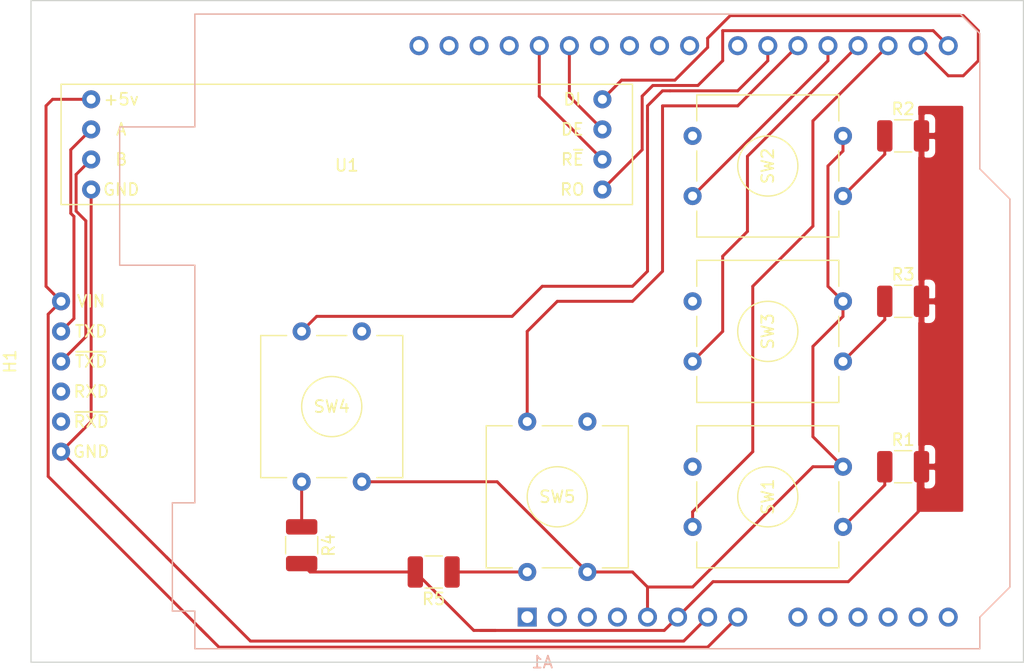
<source format=kicad_pcb>
(kicad_pcb (version 20171130) (host pcbnew "(5.1.10)-1")

  (general
    (thickness 1.6)
    (drawings 4)
    (tracks 121)
    (zones 0)
    (modules 13)
    (nets 47)
  )

  (page A4)
  (layers
    (0 F.Cu signal)
    (31 B.Cu signal)
    (32 B.Adhes user)
    (33 F.Adhes user)
    (34 B.Paste user)
    (35 F.Paste user)
    (36 B.SilkS user)
    (37 F.SilkS user)
    (38 B.Mask user)
    (39 F.Mask user)
    (40 Dwgs.User user)
    (41 Cmts.User user)
    (42 Eco1.User user)
    (43 Eco2.User user)
    (44 Edge.Cuts user)
    (45 Margin user)
    (46 B.CrtYd user)
    (47 F.CrtYd user)
    (48 B.Fab user)
    (49 F.Fab user)
  )

  (setup
    (last_trace_width 0.25)
    (trace_clearance 0.2)
    (zone_clearance 0.508)
    (zone_45_only no)
    (trace_min 0.2)
    (via_size 0.8)
    (via_drill 0.4)
    (via_min_size 0.4)
    (via_min_drill 0.3)
    (uvia_size 0.3)
    (uvia_drill 0.1)
    (uvias_allowed no)
    (uvia_min_size 0.2)
    (uvia_min_drill 0.1)
    (edge_width 0.05)
    (segment_width 0.2)
    (pcb_text_width 0.3)
    (pcb_text_size 1.5 1.5)
    (mod_edge_width 0.12)
    (mod_text_size 1 1)
    (mod_text_width 0.15)
    (pad_size 1.524 1.524)
    (pad_drill 0.762)
    (pad_to_mask_clearance 0)
    (aux_axis_origin 0 0)
    (visible_elements FFFFFF7F)
    (pcbplotparams
      (layerselection 0x010fc_ffffffff)
      (usegerberextensions false)
      (usegerberattributes true)
      (usegerberadvancedattributes true)
      (creategerberjobfile true)
      (excludeedgelayer true)
      (linewidth 0.100000)
      (plotframeref false)
      (viasonmask false)
      (mode 1)
      (useauxorigin false)
      (hpglpennumber 1)
      (hpglpenspeed 20)
      (hpglpendiameter 15.000000)
      (psnegative false)
      (psa4output false)
      (plotreference true)
      (plotvalue true)
      (plotinvisibletext false)
      (padsonsilk false)
      (subtractmaskfromsilk false)
      (outputformat 1)
      (mirror false)
      (drillshape 1)
      (scaleselection 1)
      (outputdirectory ""))
  )

  (net 0 "")
  (net 1 "Net-(A1-Pad30)")
  (net 2 "Net-(A1-Pad14)")
  (net 3 "Net-(A1-Pad13)")
  (net 4 "Net-(A1-Pad12)")
  (net 5 "Net-(A1-Pad11)")
  (net 6 "Net-(A1-Pad26)")
  (net 7 "Net-(A1-Pad10)")
  (net 8 "Net-(A1-Pad25)")
  (net 9 "Net-(A1-Pad9)")
  (net 10 "Net-(A1-Pad24)")
  (net 11 "Net-(A1-Pad8)")
  (net 12 "Net-(A1-Pad23)")
  (net 13 "Net-(A1-Pad22)")
  (net 14 "Net-(A1-Pad4)")
  (net 15 "Net-(A1-Pad3)")
  (net 16 "Net-(A1-Pad2)")
  (net 17 "Net-(A1-Pad1)")
  (net 18 "Net-(A1-Pad31)")
  (net 19 "Net-(A1-Pad32)")
  (net 20 "Net-(R1-Pad1)")
  (net 21 "Net-(R2-Pad1)")
  (net 22 "Net-(R3-Pad1)")
  (net 23 "Net-(R4-Pad1)")
  (net 24 "Net-(R5-Pad1)")
  (net 25 /g0)
  (net 26 /b1)
  (net 27 /5v)
  (net 28 /b4)
  (net 29 /b3)
  (net 30 /b2)
  (net 31 /b0)
  (net 32 "Net-(SW1-Pad4)")
  (net 33 "Net-(SW2-Pad4)")
  (net 34 "Net-(SW3-Pad4)")
  (net 35 "Net-(SW4-Pad4)")
  (net 36 "Net-(SW5-Pad4)")
  (net 37 /g1)
  (net 38 /g2)
  (net 39 /TX)
  (net 40 /RX)
  (net 41 /RE)
  (net 42 /DE)
  (net 43 "Net-(H1-Pad5)")
  (net 44 "Net-(H1-Pad4)")
  (net 45 "Net-(H1-Pad3)")
  (net 46 "Net-(H1-Pad2)")

  (net_class Default "This is the default net class."
    (clearance 0.2)
    (trace_width 0.25)
    (via_dia 0.8)
    (via_drill 0.4)
    (uvia_dia 0.3)
    (uvia_drill 0.1)
    (add_net /5v)
    (add_net /DE)
    (add_net /RE)
    (add_net /RX)
    (add_net /TX)
    (add_net /b0)
    (add_net /b1)
    (add_net /b2)
    (add_net /b3)
    (add_net /b4)
    (add_net /g0)
    (add_net /g1)
    (add_net /g2)
    (add_net "Net-(A1-Pad1)")
    (add_net "Net-(A1-Pad10)")
    (add_net "Net-(A1-Pad11)")
    (add_net "Net-(A1-Pad12)")
    (add_net "Net-(A1-Pad13)")
    (add_net "Net-(A1-Pad14)")
    (add_net "Net-(A1-Pad2)")
    (add_net "Net-(A1-Pad22)")
    (add_net "Net-(A1-Pad23)")
    (add_net "Net-(A1-Pad24)")
    (add_net "Net-(A1-Pad25)")
    (add_net "Net-(A1-Pad26)")
    (add_net "Net-(A1-Pad3)")
    (add_net "Net-(A1-Pad30)")
    (add_net "Net-(A1-Pad31)")
    (add_net "Net-(A1-Pad32)")
    (add_net "Net-(A1-Pad4)")
    (add_net "Net-(A1-Pad8)")
    (add_net "Net-(A1-Pad9)")
    (add_net "Net-(H1-Pad2)")
    (add_net "Net-(H1-Pad3)")
    (add_net "Net-(H1-Pad4)")
    (add_net "Net-(H1-Pad5)")
    (add_net "Net-(R1-Pad1)")
    (add_net "Net-(R2-Pad1)")
    (add_net "Net-(R3-Pad1)")
    (add_net "Net-(R4-Pad1)")
    (add_net "Net-(R5-Pad1)")
    (add_net "Net-(SW1-Pad4)")
    (add_net "Net-(SW2-Pad4)")
    (add_net "Net-(SW3-Pad4)")
    (add_net "Net-(SW4-Pad4)")
    (add_net "Net-(SW5-Pad4)")
  )

  (module bkm10rduino:TLL_RS485 (layer F.Cu) (tedit 616F687E) (tstamp 61703EE7)
    (at 157.48 61.678001)
    (path /61766480)
    (fp_text reference U1 (at 0 0.5) (layer F.SilkS)
      (effects (font (size 1 1) (thickness 0.15)))
    )
    (fp_text value TLL_TO_RS485 (at 0 -0.5) (layer F.Fab)
      (effects (font (size 1 1) (thickness 0.15)))
    )
    (fp_line (start -24.13 -6.35) (end 24.13 -6.35) (layer F.SilkS) (width 0.12))
    (fp_line (start 24.13 -6.35) (end 24.13 3.81) (layer F.SilkS) (width 0.12))
    (fp_line (start 24.13 3.81) (end -24.13 3.81) (layer F.SilkS) (width 0.12))
    (fp_line (start -24.13 3.81) (end -24.13 -6.35) (layer F.SilkS) (width 0.12))
    (fp_text user +5v (at -19.05 -5.08) (layer F.SilkS)
      (effects (font (size 1 1) (thickness 0.15)))
    )
    (fp_text user GND (at -19.05 2.54) (layer F.SilkS)
      (effects (font (size 1 1) (thickness 0.15)))
    )
    (fp_text user A (at -19.05 -2.54) (layer F.SilkS)
      (effects (font (size 1 1) (thickness 0.15)))
    )
    (fp_text user B (at -19.05 0) (layer F.SilkS)
      (effects (font (size 1 1) (thickness 0.15)))
    )
    (fp_text user DI (at 19.05 -5.08) (layer F.SilkS)
      (effects (font (size 1 1) (thickness 0.15)))
    )
    (fp_text user DE (at 19.05 -2.54) (layer F.SilkS)
      (effects (font (size 1 1) (thickness 0.15)))
    )
    (fp_text user R~E~ (at 19.05 0) (layer F.SilkS)
      (effects (font (size 1 1) (thickness 0.15)))
    )
    (fp_text user RO (at 19.05 2.54) (layer F.SilkS)
      (effects (font (size 1 1) (thickness 0.15)))
    )
    (pad 8 thru_hole circle (at 21.59 2.54) (size 1.524 1.524) (drill 0.762) (layers *.Cu *.Mask)
      (net 40 /RX))
    (pad 7 thru_hole circle (at 21.59 0) (size 1.524 1.524) (drill 0.762) (layers *.Cu *.Mask)
      (net 41 /RE))
    (pad 6 thru_hole circle (at 21.59 -2.54) (size 1.524 1.524) (drill 0.762) (layers *.Cu *.Mask)
      (net 42 /DE))
    (pad 5 thru_hole circle (at 21.59 -5.08) (size 1.524 1.524) (drill 0.762) (layers *.Cu *.Mask)
      (net 39 /TX))
    (pad 4 thru_hole circle (at -21.59 2.54) (size 1.524 1.524) (drill 0.762) (layers *.Cu *.Mask)
      (net 38 /g2))
    (pad 3 thru_hole circle (at -21.59 0) (size 1.524 1.524) (drill 0.762) (layers *.Cu *.Mask)
      (net 45 "Net-(H1-Pad3)"))
    (pad 2 thru_hole circle (at -21.59 -2.54) (size 1.524 1.524) (drill 0.762) (layers *.Cu *.Mask)
      (net 46 "Net-(H1-Pad2)"))
    (pad 1 thru_hole circle (at -21.59 -5.08) (size 1.524 1.524) (drill 0.762) (layers *.Cu *.Mask)
      (net 11 "Net-(A1-Pad8)"))
  )

  (module bkm10rduino:6_PIN_HEADER (layer F.Cu) (tedit 616F6835) (tstamp 61703D6F)
    (at 129.54 78.74 270)
    (path /61784A0C)
    (fp_text reference H1 (at 0 0.5 270) (layer F.SilkS)
      (effects (font (size 1 1) (thickness 0.15)))
    )
    (fp_text value 6_PIN_HEADER (at 0 -0.5 270) (layer F.Fab)
      (effects (font (size 1 1) (thickness 0.15)))
    )
    (fp_text user VIN (at -5.08 -6.35) (layer F.SilkS)
      (effects (font (size 1 1) (thickness 0.15)))
    )
    (fp_text user TXD (at -2.54 -6.35) (layer F.SilkS)
      (effects (font (size 1 1) (thickness 0.15)))
    )
    (fp_text user ~TXD~ (at 0 -6.35) (layer F.SilkS)
      (effects (font (size 1 1) (thickness 0.15)))
    )
    (fp_text user RXD (at 2.54 -6.35) (layer F.SilkS)
      (effects (font (size 1 1) (thickness 0.15)))
    )
    (fp_text user ~RXD~ (at 5.08 -6.35) (layer F.SilkS)
      (effects (font (size 1 1) (thickness 0.15)))
    )
    (fp_text user GND (at 7.62 -6.35) (layer F.SilkS)
      (effects (font (size 1 1) (thickness 0.15)))
    )
    (pad 6 thru_hole circle (at 7.62 -3.81 270) (size 1.524 1.524) (drill 0.762) (layers *.Cu *.Mask)
      (net 38 /g2))
    (pad 5 thru_hole circle (at 5.08 -3.81 270) (size 1.524 1.524) (drill 0.762) (layers *.Cu *.Mask)
      (net 43 "Net-(H1-Pad5)"))
    (pad 4 thru_hole circle (at 2.54 -3.81 270) (size 1.524 1.524) (drill 0.762) (layers *.Cu *.Mask)
      (net 44 "Net-(H1-Pad4)"))
    (pad 3 thru_hole circle (at 0 -3.81 270) (size 1.524 1.524) (drill 0.762) (layers *.Cu *.Mask)
      (net 45 "Net-(H1-Pad3)"))
    (pad 2 thru_hole circle (at -2.54 -3.81 270) (size 1.524 1.524) (drill 0.762) (layers *.Cu *.Mask)
      (net 46 "Net-(H1-Pad2)"))
    (pad 1 thru_hole circle (at -5.08 -3.81 270) (size 1.524 1.524) (drill 0.762) (layers *.Cu *.Mask)
      (net 11 "Net-(A1-Pad8)"))
  )

  (module bkm10rduino:SW_Tactile_SPDP_12.3_5mm (layer F.Cu) (tedit 616F47D7) (tstamp 616FE652)
    (at 175.26 90.17)
    (path /61719816)
    (fp_text reference SW5 (at 0 0) (layer F.SilkS)
      (effects (font (size 1 1) (thickness 0.15)))
    )
    (fp_text value SW_MEC_5E_copy (at 0 7.62) (layer F.Fab)
      (effects (font (size 1 1) (thickness 0.15)))
    )
    (fp_line (start -1.27 -6) (end 1.27 -6) (layer F.SilkS) (width 0.12))
    (fp_line (start -1.27 6) (end 1.27 6) (layer F.SilkS) (width 0.12))
    (fp_line (start -6 -6) (end -6 6) (layer F.SilkS) (width 0.12))
    (fp_line (start 6 -6) (end 6 6) (layer F.SilkS) (width 0.12))
    (fp_line (start -6 -6) (end -3.81 -6) (layer F.SilkS) (width 0.12))
    (fp_line (start 6 -6) (end 3.81 -6) (layer F.SilkS) (width 0.12))
    (fp_line (start -6 6) (end -3.81 6) (layer F.SilkS) (width 0.12))
    (fp_line (start 6 6) (end 3.81 6) (layer F.SilkS) (width 0.12))
    (fp_circle (center 0 0) (end 2.54 0) (layer F.SilkS) (width 0.12))
    (fp_line (start -5.08 -5.08) (end -5.08 5.08) (layer Dwgs.User) (width 0.12))
    (fp_line (start -5.08 5.08) (end 5.08 5.08) (layer Dwgs.User) (width 0.12))
    (fp_line (start 5.08 5.08) (end 5.08 -5.08) (layer Dwgs.User) (width 0.12))
    (fp_line (start 5.08 -5.08) (end -5.08 -5.08) (layer Dwgs.User) (width 0.12))
    (pad 4 thru_hole circle (at 2.54 -6.35) (size 1.524 1.524) (drill 0.762) (layers *.Cu *.Mask)
      (net 36 "Net-(SW5-Pad4)"))
    (pad 3 thru_hole circle (at 2.54 6.35) (size 1.524 1.524) (drill 0.762) (layers *.Cu *.Mask)
      (net 27 /5v))
    (pad 2 thru_hole circle (at -2.54 -6.35) (size 1.524 1.524) (drill 0.762) (layers *.Cu *.Mask)
      (net 29 /b3))
    (pad 1 thru_hole circle (at -2.54 6.35) (size 1.524 1.524) (drill 0.762) (layers *.Cu *.Mask)
      (net 24 "Net-(R5-Pad1)"))
  )

  (module bkm10rduino:SW_Tactile_SPDP_12.3_5mm (layer F.Cu) (tedit 616F47D7) (tstamp 616FE63D)
    (at 156.21 82.55)
    (path /617191B1)
    (fp_text reference SW4 (at 0 0) (layer F.SilkS)
      (effects (font (size 1 1) (thickness 0.15)))
    )
    (fp_text value SW_MEC_5E_copy (at 0 7.62) (layer F.Fab)
      (effects (font (size 1 1) (thickness 0.15)))
    )
    (fp_line (start -1.27 -6) (end 1.27 -6) (layer F.SilkS) (width 0.12))
    (fp_line (start -1.27 6) (end 1.27 6) (layer F.SilkS) (width 0.12))
    (fp_line (start -6 -6) (end -6 6) (layer F.SilkS) (width 0.12))
    (fp_line (start 6 -6) (end 6 6) (layer F.SilkS) (width 0.12))
    (fp_line (start -6 -6) (end -3.81 -6) (layer F.SilkS) (width 0.12))
    (fp_line (start 6 -6) (end 3.81 -6) (layer F.SilkS) (width 0.12))
    (fp_line (start -6 6) (end -3.81 6) (layer F.SilkS) (width 0.12))
    (fp_line (start 6 6) (end 3.81 6) (layer F.SilkS) (width 0.12))
    (fp_circle (center 0 0) (end 2.54 0) (layer F.SilkS) (width 0.12))
    (fp_line (start -5.08 -5.08) (end -5.08 5.08) (layer Dwgs.User) (width 0.12))
    (fp_line (start -5.08 5.08) (end 5.08 5.08) (layer Dwgs.User) (width 0.12))
    (fp_line (start 5.08 5.08) (end 5.08 -5.08) (layer Dwgs.User) (width 0.12))
    (fp_line (start 5.08 -5.08) (end -5.08 -5.08) (layer Dwgs.User) (width 0.12))
    (pad 4 thru_hole circle (at 2.54 -6.35) (size 1.524 1.524) (drill 0.762) (layers *.Cu *.Mask)
      (net 35 "Net-(SW4-Pad4)"))
    (pad 3 thru_hole circle (at 2.54 6.35) (size 1.524 1.524) (drill 0.762) (layers *.Cu *.Mask)
      (net 27 /5v))
    (pad 2 thru_hole circle (at -2.54 -6.35) (size 1.524 1.524) (drill 0.762) (layers *.Cu *.Mask)
      (net 28 /b4))
    (pad 1 thru_hole circle (at -2.54 6.35) (size 1.524 1.524) (drill 0.762) (layers *.Cu *.Mask)
      (net 23 "Net-(R4-Pad1)"))
  )

  (module bkm10rduino:SW_Tactile_SPDP_12.3_5mm (layer F.Cu) (tedit 616F47D7) (tstamp 616FE628)
    (at 193.04 76.2 90)
    (path /617189CB)
    (fp_text reference SW3 (at 0 0 90) (layer F.SilkS)
      (effects (font (size 1 1) (thickness 0.15)))
    )
    (fp_text value SW_MEC_5E_copy (at 0 7.62 90) (layer F.Fab)
      (effects (font (size 1 1) (thickness 0.15)))
    )
    (fp_line (start -1.27 -6) (end 1.27 -6) (layer F.SilkS) (width 0.12))
    (fp_line (start -1.27 6) (end 1.27 6) (layer F.SilkS) (width 0.12))
    (fp_line (start -6 -6) (end -6 6) (layer F.SilkS) (width 0.12))
    (fp_line (start 6 -6) (end 6 6) (layer F.SilkS) (width 0.12))
    (fp_line (start -6 -6) (end -3.81 -6) (layer F.SilkS) (width 0.12))
    (fp_line (start 6 -6) (end 3.81 -6) (layer F.SilkS) (width 0.12))
    (fp_line (start -6 6) (end -3.81 6) (layer F.SilkS) (width 0.12))
    (fp_line (start 6 6) (end 3.81 6) (layer F.SilkS) (width 0.12))
    (fp_circle (center 0 0) (end 2.54 0) (layer F.SilkS) (width 0.12))
    (fp_line (start -5.08 -5.08) (end -5.08 5.08) (layer Dwgs.User) (width 0.12))
    (fp_line (start -5.08 5.08) (end 5.08 5.08) (layer Dwgs.User) (width 0.12))
    (fp_line (start 5.08 5.08) (end 5.08 -5.08) (layer Dwgs.User) (width 0.12))
    (fp_line (start 5.08 -5.08) (end -5.08 -5.08) (layer Dwgs.User) (width 0.12))
    (pad 4 thru_hole circle (at 2.54 -6.35 90) (size 1.524 1.524) (drill 0.762) (layers *.Cu *.Mask)
      (net 34 "Net-(SW3-Pad4)"))
    (pad 3 thru_hole circle (at 2.54 6.35 90) (size 1.524 1.524) (drill 0.762) (layers *.Cu *.Mask)
      (net 27 /5v))
    (pad 2 thru_hole circle (at -2.54 -6.35 90) (size 1.524 1.524) (drill 0.762) (layers *.Cu *.Mask)
      (net 26 /b1))
    (pad 1 thru_hole circle (at -2.54 6.35 90) (size 1.524 1.524) (drill 0.762) (layers *.Cu *.Mask)
      (net 22 "Net-(R3-Pad1)"))
  )

  (module bkm10rduino:SW_Tactile_SPDP_12.3_5mm (layer F.Cu) (tedit 616F47D7) (tstamp 616FE613)
    (at 193.04 62.23 90)
    (path /61718005)
    (fp_text reference SW2 (at 0 0 90) (layer F.SilkS)
      (effects (font (size 1 1) (thickness 0.15)))
    )
    (fp_text value SW_MEC_5E_copy (at 0 7.62 90) (layer F.Fab)
      (effects (font (size 1 1) (thickness 0.15)))
    )
    (fp_line (start -1.27 -6) (end 1.27 -6) (layer F.SilkS) (width 0.12))
    (fp_line (start -1.27 6) (end 1.27 6) (layer F.SilkS) (width 0.12))
    (fp_line (start -6 -6) (end -6 6) (layer F.SilkS) (width 0.12))
    (fp_line (start 6 -6) (end 6 6) (layer F.SilkS) (width 0.12))
    (fp_line (start -6 -6) (end -3.81 -6) (layer F.SilkS) (width 0.12))
    (fp_line (start 6 -6) (end 3.81 -6) (layer F.SilkS) (width 0.12))
    (fp_line (start -6 6) (end -3.81 6) (layer F.SilkS) (width 0.12))
    (fp_line (start 6 6) (end 3.81 6) (layer F.SilkS) (width 0.12))
    (fp_circle (center 0 0) (end 2.54 0) (layer F.SilkS) (width 0.12))
    (fp_line (start -5.08 -5.08) (end -5.08 5.08) (layer Dwgs.User) (width 0.12))
    (fp_line (start -5.08 5.08) (end 5.08 5.08) (layer Dwgs.User) (width 0.12))
    (fp_line (start 5.08 5.08) (end 5.08 -5.08) (layer Dwgs.User) (width 0.12))
    (fp_line (start 5.08 -5.08) (end -5.08 -5.08) (layer Dwgs.User) (width 0.12))
    (pad 4 thru_hole circle (at 2.54 -6.35 90) (size 1.524 1.524) (drill 0.762) (layers *.Cu *.Mask)
      (net 33 "Net-(SW2-Pad4)"))
    (pad 3 thru_hole circle (at 2.54 6.35 90) (size 1.524 1.524) (drill 0.762) (layers *.Cu *.Mask)
      (net 27 /5v))
    (pad 2 thru_hole circle (at -2.54 -6.35 90) (size 1.524 1.524) (drill 0.762) (layers *.Cu *.Mask)
      (net 30 /b2))
    (pad 1 thru_hole circle (at -2.54 6.35 90) (size 1.524 1.524) (drill 0.762) (layers *.Cu *.Mask)
      (net 21 "Net-(R2-Pad1)"))
  )

  (module bkm10rduino:SW_Tactile_SPDP_12.3_5mm (layer F.Cu) (tedit 616F47D7) (tstamp 616F693F)
    (at 193.04 90.17 90)
    (path /6170D811)
    (fp_text reference SW1 (at 0 0 90) (layer F.SilkS)
      (effects (font (size 1 1) (thickness 0.15)))
    )
    (fp_text value SW_MEC_5E_copy (at 0 7.62 90) (layer F.Fab)
      (effects (font (size 1 1) (thickness 0.15)))
    )
    (fp_line (start -1.27 -6) (end 1.27 -6) (layer F.SilkS) (width 0.12))
    (fp_line (start -1.27 6) (end 1.27 6) (layer F.SilkS) (width 0.12))
    (fp_line (start -6 -6) (end -6 6) (layer F.SilkS) (width 0.12))
    (fp_line (start 6 -6) (end 6 6) (layer F.SilkS) (width 0.12))
    (fp_line (start -6 -6) (end -3.81 -6) (layer F.SilkS) (width 0.12))
    (fp_line (start 6 -6) (end 3.81 -6) (layer F.SilkS) (width 0.12))
    (fp_line (start -6 6) (end -3.81 6) (layer F.SilkS) (width 0.12))
    (fp_line (start 6 6) (end 3.81 6) (layer F.SilkS) (width 0.12))
    (fp_circle (center 0 0) (end 2.54 0) (layer F.SilkS) (width 0.12))
    (fp_line (start -5.08 -5.08) (end -5.08 5.08) (layer Dwgs.User) (width 0.12))
    (fp_line (start -5.08 5.08) (end 5.08 5.08) (layer Dwgs.User) (width 0.12))
    (fp_line (start 5.08 5.08) (end 5.08 -5.08) (layer Dwgs.User) (width 0.12))
    (fp_line (start 5.08 -5.08) (end -5.08 -5.08) (layer Dwgs.User) (width 0.12))
    (pad 4 thru_hole circle (at 2.54 -6.35 90) (size 1.524 1.524) (drill 0.762) (layers *.Cu *.Mask)
      (net 32 "Net-(SW1-Pad4)"))
    (pad 3 thru_hole circle (at 2.54 6.35 90) (size 1.524 1.524) (drill 0.762) (layers *.Cu *.Mask)
      (net 27 /5v))
    (pad 2 thru_hole circle (at -2.54 -6.35 90) (size 1.524 1.524) (drill 0.762) (layers *.Cu *.Mask)
      (net 31 /b0))
    (pad 1 thru_hole circle (at -2.54 6.35 90) (size 1.524 1.524) (drill 0.762) (layers *.Cu *.Mask)
      (net 20 "Net-(R1-Pad1)"))
  )

  (module Module:Arduino_UNO_R3 locked (layer B.Cu) (tedit 58AB60FC) (tstamp 616DE476)
    (at 172.72 100.33)
    (descr "Arduino UNO R3, http://www.mouser.com/pdfdocs/Gravitech_Arduino_Nano3_0.pdf")
    (tags "Arduino UNO R3")
    (path /616DE7A9)
    (fp_text reference A1 (at 1.27 3.81 -180) (layer B.SilkS)
      (effects (font (size 1 1) (thickness 0.15)) (justify mirror))
    )
    (fp_text value Arduino_UNO_R3 (at 0 -22.86) (layer B.Fab)
      (effects (font (size 1 1) (thickness 0.15)) (justify mirror))
    )
    (fp_text user %R (at 0 -20.32 -180) (layer B.Fab)
      (effects (font (size 1 1) (thickness 0.15)) (justify mirror))
    )
    (fp_line (start 38.35 2.79) (end 38.35 0) (layer B.CrtYd) (width 0.05))
    (fp_line (start 38.35 0) (end 40.89 -2.54) (layer B.CrtYd) (width 0.05))
    (fp_line (start 40.89 -2.54) (end 40.89 -35.31) (layer B.CrtYd) (width 0.05))
    (fp_line (start 40.89 -35.31) (end 38.35 -37.85) (layer B.CrtYd) (width 0.05))
    (fp_line (start 38.35 -37.85) (end 38.35 -49.28) (layer B.CrtYd) (width 0.05))
    (fp_line (start 38.35 -49.28) (end 36.58 -51.05) (layer B.CrtYd) (width 0.05))
    (fp_line (start 36.58 -51.05) (end -28.19 -51.05) (layer B.CrtYd) (width 0.05))
    (fp_line (start -28.19 -51.05) (end -28.19 -41.53) (layer B.CrtYd) (width 0.05))
    (fp_line (start -28.19 -41.53) (end -34.54 -41.53) (layer B.CrtYd) (width 0.05))
    (fp_line (start -34.54 -41.53) (end -34.54 -29.59) (layer B.CrtYd) (width 0.05))
    (fp_line (start -34.54 -29.59) (end -28.19 -29.59) (layer B.CrtYd) (width 0.05))
    (fp_line (start -28.19 -29.59) (end -28.19 -9.78) (layer B.CrtYd) (width 0.05))
    (fp_line (start -28.19 -9.78) (end -30.1 -9.78) (layer B.CrtYd) (width 0.05))
    (fp_line (start -30.1 -9.78) (end -30.1 -0.38) (layer B.CrtYd) (width 0.05))
    (fp_line (start -30.1 -0.38) (end -28.19 -0.38) (layer B.CrtYd) (width 0.05))
    (fp_line (start -28.19 -0.38) (end -28.19 2.79) (layer B.CrtYd) (width 0.05))
    (fp_line (start -28.19 2.79) (end 38.35 2.79) (layer B.CrtYd) (width 0.05))
    (fp_line (start 40.77 -35.31) (end 40.77 -2.54) (layer B.SilkS) (width 0.12))
    (fp_line (start 40.77 -2.54) (end 38.23 0) (layer B.SilkS) (width 0.12))
    (fp_line (start 38.23 0) (end 38.23 2.67) (layer B.SilkS) (width 0.12))
    (fp_line (start 38.23 2.67) (end -28.07 2.67) (layer B.SilkS) (width 0.12))
    (fp_line (start -28.07 2.67) (end -28.07 -0.51) (layer B.SilkS) (width 0.12))
    (fp_line (start -28.07 -0.51) (end -29.97 -0.51) (layer B.SilkS) (width 0.12))
    (fp_line (start -29.97 -0.51) (end -29.97 -9.65) (layer B.SilkS) (width 0.12))
    (fp_line (start -29.97 -9.65) (end -28.07 -9.65) (layer B.SilkS) (width 0.12))
    (fp_line (start -28.07 -9.65) (end -28.07 -29.72) (layer B.SilkS) (width 0.12))
    (fp_line (start -28.07 -29.72) (end -34.42 -29.72) (layer B.SilkS) (width 0.12))
    (fp_line (start -34.42 -29.72) (end -34.42 -41.4) (layer B.SilkS) (width 0.12))
    (fp_line (start -34.42 -41.4) (end -28.07 -41.4) (layer B.SilkS) (width 0.12))
    (fp_line (start -28.07 -41.4) (end -28.07 -50.93) (layer B.SilkS) (width 0.12))
    (fp_line (start -28.07 -50.93) (end 36.58 -50.93) (layer B.SilkS) (width 0.12))
    (fp_line (start 36.58 -50.93) (end 38.23 -49.28) (layer B.SilkS) (width 0.12))
    (fp_line (start 38.23 -49.28) (end 38.23 -37.85) (layer B.SilkS) (width 0.12))
    (fp_line (start 38.23 -37.85) (end 40.77 -35.31) (layer B.SilkS) (width 0.12))
    (fp_line (start -34.29 -29.84) (end -18.41 -29.84) (layer B.Fab) (width 0.1))
    (fp_line (start -18.41 -29.84) (end -18.41 -41.27) (layer B.Fab) (width 0.1))
    (fp_line (start -18.41 -41.27) (end -34.29 -41.27) (layer B.Fab) (width 0.1))
    (fp_line (start -34.29 -41.27) (end -34.29 -29.84) (layer B.Fab) (width 0.1))
    (fp_line (start -29.84 -0.64) (end -16.51 -0.64) (layer B.Fab) (width 0.1))
    (fp_line (start -16.51 -0.64) (end -16.51 -9.53) (layer B.Fab) (width 0.1))
    (fp_line (start -16.51 -9.53) (end -29.84 -9.53) (layer B.Fab) (width 0.1))
    (fp_line (start -29.84 -9.53) (end -29.84 -0.64) (layer B.Fab) (width 0.1))
    (fp_line (start 38.1 -37.85) (end 38.1 -49.28) (layer B.Fab) (width 0.1))
    (fp_line (start 40.64 -2.54) (end 40.64 -35.31) (layer B.Fab) (width 0.1))
    (fp_line (start 40.64 -35.31) (end 38.1 -37.85) (layer B.Fab) (width 0.1))
    (fp_line (start 38.1 2.54) (end 38.1 0) (layer B.Fab) (width 0.1))
    (fp_line (start 38.1 0) (end 40.64 -2.54) (layer B.Fab) (width 0.1))
    (fp_line (start 38.1 -49.28) (end 36.58 -50.8) (layer B.Fab) (width 0.1))
    (fp_line (start 36.58 -50.8) (end -27.94 -50.8) (layer B.Fab) (width 0.1))
    (fp_line (start -27.94 -50.8) (end -27.94 2.54) (layer B.Fab) (width 0.1))
    (fp_line (start -27.94 2.54) (end 38.1 2.54) (layer B.Fab) (width 0.1))
    (pad 16 thru_hole oval (at 33.02 -48.26 270) (size 1.6 1.6) (drill 1) (layers *.Cu *.Mask)
      (net 39 /TX))
    (pad 15 thru_hole oval (at 35.56 -48.26 270) (size 1.6 1.6) (drill 1) (layers *.Cu *.Mask)
      (net 40 /RX))
    (pad 30 thru_hole oval (at -4.06 -48.26 270) (size 1.6 1.6) (drill 1) (layers *.Cu *.Mask)
      (net 1 "Net-(A1-Pad30)"))
    (pad 14 thru_hole oval (at 35.56 0 270) (size 1.6 1.6) (drill 1) (layers *.Cu *.Mask)
      (net 2 "Net-(A1-Pad14)"))
    (pad 29 thru_hole oval (at -1.52 -48.26 270) (size 1.6 1.6) (drill 1) (layers *.Cu *.Mask)
      (net 25 /g0))
    (pad 13 thru_hole oval (at 33.02 0 270) (size 1.6 1.6) (drill 1) (layers *.Cu *.Mask)
      (net 3 "Net-(A1-Pad13)"))
    (pad 28 thru_hole oval (at 1.02 -48.26 270) (size 1.6 1.6) (drill 1) (layers *.Cu *.Mask)
      (net 41 /RE))
    (pad 12 thru_hole oval (at 30.48 0 270) (size 1.6 1.6) (drill 1) (layers *.Cu *.Mask)
      (net 4 "Net-(A1-Pad12)"))
    (pad 27 thru_hole oval (at 3.56 -48.26 270) (size 1.6 1.6) (drill 1) (layers *.Cu *.Mask)
      (net 42 /DE))
    (pad 11 thru_hole oval (at 27.94 0 270) (size 1.6 1.6) (drill 1) (layers *.Cu *.Mask)
      (net 5 "Net-(A1-Pad11)"))
    (pad 26 thru_hole oval (at 6.1 -48.26 270) (size 1.6 1.6) (drill 1) (layers *.Cu *.Mask)
      (net 6 "Net-(A1-Pad26)"))
    (pad 10 thru_hole oval (at 25.4 0 270) (size 1.6 1.6) (drill 1) (layers *.Cu *.Mask)
      (net 7 "Net-(A1-Pad10)"))
    (pad 25 thru_hole oval (at 8.64 -48.26 270) (size 1.6 1.6) (drill 1) (layers *.Cu *.Mask)
      (net 8 "Net-(A1-Pad25)"))
    (pad 9 thru_hole oval (at 22.86 0 270) (size 1.6 1.6) (drill 1) (layers *.Cu *.Mask)
      (net 9 "Net-(A1-Pad9)"))
    (pad 24 thru_hole oval (at 11.18 -48.26 270) (size 1.6 1.6) (drill 1) (layers *.Cu *.Mask)
      (net 10 "Net-(A1-Pad24)"))
    (pad 8 thru_hole oval (at 17.78 0 270) (size 1.6 1.6) (drill 1) (layers *.Cu *.Mask)
      (net 11 "Net-(A1-Pad8)"))
    (pad 23 thru_hole oval (at 13.72 -48.26 270) (size 1.6 1.6) (drill 1) (layers *.Cu *.Mask)
      (net 12 "Net-(A1-Pad23)"))
    (pad 7 thru_hole oval (at 15.24 0 270) (size 1.6 1.6) (drill 1) (layers *.Cu *.Mask)
      (net 38 /g2))
    (pad 22 thru_hole oval (at 17.78 -48.26 270) (size 1.6 1.6) (drill 1) (layers *.Cu *.Mask)
      (net 13 "Net-(A1-Pad22)"))
    (pad 6 thru_hole oval (at 12.7 0 270) (size 1.6 1.6) (drill 1) (layers *.Cu *.Mask)
      (net 37 /g1))
    (pad 21 thru_hole oval (at 20.32 -48.26 270) (size 1.6 1.6) (drill 1) (layers *.Cu *.Mask)
      (net 28 /b4))
    (pad 5 thru_hole oval (at 10.16 0 270) (size 1.6 1.6) (drill 1) (layers *.Cu *.Mask)
      (net 27 /5v))
    (pad 20 thru_hole oval (at 22.86 -48.26 270) (size 1.6 1.6) (drill 1) (layers *.Cu *.Mask)
      (net 29 /b3))
    (pad 4 thru_hole oval (at 7.62 0 270) (size 1.6 1.6) (drill 1) (layers *.Cu *.Mask)
      (net 14 "Net-(A1-Pad4)"))
    (pad 19 thru_hole oval (at 25.4 -48.26 270) (size 1.6 1.6) (drill 1) (layers *.Cu *.Mask)
      (net 30 /b2))
    (pad 3 thru_hole oval (at 5.08 0 270) (size 1.6 1.6) (drill 1) (layers *.Cu *.Mask)
      (net 15 "Net-(A1-Pad3)"))
    (pad 18 thru_hole oval (at 27.94 -48.26 270) (size 1.6 1.6) (drill 1) (layers *.Cu *.Mask)
      (net 26 /b1))
    (pad 2 thru_hole oval (at 2.54 0 270) (size 1.6 1.6) (drill 1) (layers *.Cu *.Mask)
      (net 16 "Net-(A1-Pad2)"))
    (pad 17 thru_hole oval (at 30.48 -48.26 270) (size 1.6 1.6) (drill 1) (layers *.Cu *.Mask)
      (net 31 /b0))
    (pad 1 thru_hole rect (at 0 0 270) (size 1.6 1.6) (drill 1) (layers *.Cu *.Mask)
      (net 17 "Net-(A1-Pad1)"))
    (pad 31 thru_hole oval (at -6.6 -48.26 270) (size 1.6 1.6) (drill 1) (layers *.Cu *.Mask)
      (net 18 "Net-(A1-Pad31)"))
    (pad 32 thru_hole oval (at -9.14 -48.26 270) (size 1.6 1.6) (drill 1) (layers *.Cu *.Mask)
      (net 19 "Net-(A1-Pad32)"))
    (model ${KISYS3DMOD}/Module.3dshapes/Arduino_UNO_R3.wrl
      (at (xyz 0 0 0))
      (scale (xyz 1 1 1))
      (rotate (xyz 0 0 0))
    )
  )

  (module Resistor_SMD:R_1210_3225Metric_Pad1.30x2.65mm_HandSolder (layer F.Cu) (tedit 5F68FEEE) (tstamp 616DE9C2)
    (at 164.82 96.52 180)
    (descr "Resistor SMD 1210 (3225 Metric), square (rectangular) end terminal, IPC_7351 nominal with elongated pad for handsoldering. (Body size source: IPC-SM-782 page 72, https://www.pcb-3d.com/wordpress/wp-content/uploads/ipc-sm-782a_amendment_1_and_2.pdf), generated with kicad-footprint-generator")
    (tags "resistor handsolder")
    (path /616E5346)
    (attr smd)
    (fp_text reference R5 (at 0 -2.28) (layer F.SilkS)
      (effects (font (size 1 1) (thickness 0.15)))
    )
    (fp_text value R (at 0 2.28) (layer F.Fab)
      (effects (font (size 1 1) (thickness 0.15)))
    )
    (fp_text user %R (at 0 0) (layer F.Fab)
      (effects (font (size 0.8 0.8) (thickness 0.12)))
    )
    (fp_line (start -1.6 1.245) (end -1.6 -1.245) (layer F.Fab) (width 0.1))
    (fp_line (start -1.6 -1.245) (end 1.6 -1.245) (layer F.Fab) (width 0.1))
    (fp_line (start 1.6 -1.245) (end 1.6 1.245) (layer F.Fab) (width 0.1))
    (fp_line (start 1.6 1.245) (end -1.6 1.245) (layer F.Fab) (width 0.1))
    (fp_line (start -0.723737 -1.355) (end 0.723737 -1.355) (layer F.SilkS) (width 0.12))
    (fp_line (start -0.723737 1.355) (end 0.723737 1.355) (layer F.SilkS) (width 0.12))
    (fp_line (start -2.45 1.58) (end -2.45 -1.58) (layer F.CrtYd) (width 0.05))
    (fp_line (start -2.45 -1.58) (end 2.45 -1.58) (layer F.CrtYd) (width 0.05))
    (fp_line (start 2.45 -1.58) (end 2.45 1.58) (layer F.CrtYd) (width 0.05))
    (fp_line (start 2.45 1.58) (end -2.45 1.58) (layer F.CrtYd) (width 0.05))
    (pad 2 smd roundrect (at 1.55 0 180) (size 1.3 2.65) (layers F.Cu F.Paste F.Mask) (roundrect_rratio 0.192308)
      (net 37 /g1))
    (pad 1 smd roundrect (at -1.55 0 180) (size 1.3 2.65) (layers F.Cu F.Paste F.Mask) (roundrect_rratio 0.192308)
      (net 24 "Net-(R5-Pad1)"))
    (model ${KISYS3DMOD}/Resistor_SMD.3dshapes/R_1210_3225Metric.wrl
      (at (xyz 0 0 0))
      (scale (xyz 1 1 1))
      (rotate (xyz 0 0 0))
    )
  )

  (module Resistor_SMD:R_1210_3225Metric_Pad1.30x2.65mm_HandSolder (layer F.Cu) (tedit 5F68FEEE) (tstamp 616DE9B1)
    (at 153.67 94.26 270)
    (descr "Resistor SMD 1210 (3225 Metric), square (rectangular) end terminal, IPC_7351 nominal with elongated pad for handsoldering. (Body size source: IPC-SM-782 page 72, https://www.pcb-3d.com/wordpress/wp-content/uploads/ipc-sm-782a_amendment_1_and_2.pdf), generated with kicad-footprint-generator")
    (tags "resistor handsolder")
    (path /616E50DC)
    (attr smd)
    (fp_text reference R4 (at 0 -2.28 90) (layer F.SilkS)
      (effects (font (size 1 1) (thickness 0.15)))
    )
    (fp_text value R (at 0 2.28 90) (layer F.Fab)
      (effects (font (size 1 1) (thickness 0.15)))
    )
    (fp_text user %R (at 0 0 90) (layer F.Fab)
      (effects (font (size 0.8 0.8) (thickness 0.12)))
    )
    (fp_line (start -1.6 1.245) (end -1.6 -1.245) (layer F.Fab) (width 0.1))
    (fp_line (start -1.6 -1.245) (end 1.6 -1.245) (layer F.Fab) (width 0.1))
    (fp_line (start 1.6 -1.245) (end 1.6 1.245) (layer F.Fab) (width 0.1))
    (fp_line (start 1.6 1.245) (end -1.6 1.245) (layer F.Fab) (width 0.1))
    (fp_line (start -0.723737 -1.355) (end 0.723737 -1.355) (layer F.SilkS) (width 0.12))
    (fp_line (start -0.723737 1.355) (end 0.723737 1.355) (layer F.SilkS) (width 0.12))
    (fp_line (start -2.45 1.58) (end -2.45 -1.58) (layer F.CrtYd) (width 0.05))
    (fp_line (start -2.45 -1.58) (end 2.45 -1.58) (layer F.CrtYd) (width 0.05))
    (fp_line (start 2.45 -1.58) (end 2.45 1.58) (layer F.CrtYd) (width 0.05))
    (fp_line (start 2.45 1.58) (end -2.45 1.58) (layer F.CrtYd) (width 0.05))
    (pad 2 smd roundrect (at 1.55 0 270) (size 1.3 2.65) (layers F.Cu F.Paste F.Mask) (roundrect_rratio 0.192308)
      (net 37 /g1))
    (pad 1 smd roundrect (at -1.55 0 270) (size 1.3 2.65) (layers F.Cu F.Paste F.Mask) (roundrect_rratio 0.192308)
      (net 23 "Net-(R4-Pad1)"))
    (model ${KISYS3DMOD}/Resistor_SMD.3dshapes/R_1210_3225Metric.wrl
      (at (xyz 0 0 0))
      (scale (xyz 1 1 1))
      (rotate (xyz 0 0 0))
    )
  )

  (module Resistor_SMD:R_1210_3225Metric_Pad1.30x2.65mm_HandSolder (layer F.Cu) (tedit 5F68FEEE) (tstamp 616DE9A0)
    (at 204.47 73.66)
    (descr "Resistor SMD 1210 (3225 Metric), square (rectangular) end terminal, IPC_7351 nominal with elongated pad for handsoldering. (Body size source: IPC-SM-782 page 72, https://www.pcb-3d.com/wordpress/wp-content/uploads/ipc-sm-782a_amendment_1_and_2.pdf), generated with kicad-footprint-generator")
    (tags "resistor handsolder")
    (path /616E4DC6)
    (attr smd)
    (fp_text reference R3 (at 0 -2.28) (layer F.SilkS)
      (effects (font (size 1 1) (thickness 0.15)))
    )
    (fp_text value R (at 0 2.28) (layer F.Fab)
      (effects (font (size 1 1) (thickness 0.15)))
    )
    (fp_text user %R (at 0 0) (layer F.Fab)
      (effects (font (size 0.8 0.8) (thickness 0.12)))
    )
    (fp_line (start -1.6 1.245) (end -1.6 -1.245) (layer F.Fab) (width 0.1))
    (fp_line (start -1.6 -1.245) (end 1.6 -1.245) (layer F.Fab) (width 0.1))
    (fp_line (start 1.6 -1.245) (end 1.6 1.245) (layer F.Fab) (width 0.1))
    (fp_line (start 1.6 1.245) (end -1.6 1.245) (layer F.Fab) (width 0.1))
    (fp_line (start -0.723737 -1.355) (end 0.723737 -1.355) (layer F.SilkS) (width 0.12))
    (fp_line (start -0.723737 1.355) (end 0.723737 1.355) (layer F.SilkS) (width 0.12))
    (fp_line (start -2.45 1.58) (end -2.45 -1.58) (layer F.CrtYd) (width 0.05))
    (fp_line (start -2.45 -1.58) (end 2.45 -1.58) (layer F.CrtYd) (width 0.05))
    (fp_line (start 2.45 -1.58) (end 2.45 1.58) (layer F.CrtYd) (width 0.05))
    (fp_line (start 2.45 1.58) (end -2.45 1.58) (layer F.CrtYd) (width 0.05))
    (pad 2 smd roundrect (at 1.55 0) (size 1.3 2.65) (layers F.Cu F.Paste F.Mask) (roundrect_rratio 0.192308)
      (net 37 /g1))
    (pad 1 smd roundrect (at -1.55 0) (size 1.3 2.65) (layers F.Cu F.Paste F.Mask) (roundrect_rratio 0.192308)
      (net 22 "Net-(R3-Pad1)"))
    (model ${KISYS3DMOD}/Resistor_SMD.3dshapes/R_1210_3225Metric.wrl
      (at (xyz 0 0 0))
      (scale (xyz 1 1 1))
      (rotate (xyz 0 0 0))
    )
  )

  (module Resistor_SMD:R_1210_3225Metric_Pad1.30x2.65mm_HandSolder (layer F.Cu) (tedit 5F68FEEE) (tstamp 616DE98F)
    (at 204.47 59.69)
    (descr "Resistor SMD 1210 (3225 Metric), square (rectangular) end terminal, IPC_7351 nominal with elongated pad for handsoldering. (Body size source: IPC-SM-782 page 72, https://www.pcb-3d.com/wordpress/wp-content/uploads/ipc-sm-782a_amendment_1_and_2.pdf), generated with kicad-footprint-generator")
    (tags "resistor handsolder")
    (path /616E4AE1)
    (attr smd)
    (fp_text reference R2 (at 0 -2.28) (layer F.SilkS)
      (effects (font (size 1 1) (thickness 0.15)))
    )
    (fp_text value R (at 0 2.28) (layer F.Fab)
      (effects (font (size 1 1) (thickness 0.15)))
    )
    (fp_text user %R (at 0 0) (layer F.Fab)
      (effects (font (size 0.8 0.8) (thickness 0.12)))
    )
    (fp_line (start -1.6 1.245) (end -1.6 -1.245) (layer F.Fab) (width 0.1))
    (fp_line (start -1.6 -1.245) (end 1.6 -1.245) (layer F.Fab) (width 0.1))
    (fp_line (start 1.6 -1.245) (end 1.6 1.245) (layer F.Fab) (width 0.1))
    (fp_line (start 1.6 1.245) (end -1.6 1.245) (layer F.Fab) (width 0.1))
    (fp_line (start -0.723737 -1.355) (end 0.723737 -1.355) (layer F.SilkS) (width 0.12))
    (fp_line (start -0.723737 1.355) (end 0.723737 1.355) (layer F.SilkS) (width 0.12))
    (fp_line (start -2.45 1.58) (end -2.45 -1.58) (layer F.CrtYd) (width 0.05))
    (fp_line (start -2.45 -1.58) (end 2.45 -1.58) (layer F.CrtYd) (width 0.05))
    (fp_line (start 2.45 -1.58) (end 2.45 1.58) (layer F.CrtYd) (width 0.05))
    (fp_line (start 2.45 1.58) (end -2.45 1.58) (layer F.CrtYd) (width 0.05))
    (pad 2 smd roundrect (at 1.55 0) (size 1.3 2.65) (layers F.Cu F.Paste F.Mask) (roundrect_rratio 0.192308)
      (net 37 /g1))
    (pad 1 smd roundrect (at -1.55 0) (size 1.3 2.65) (layers F.Cu F.Paste F.Mask) (roundrect_rratio 0.192308)
      (net 21 "Net-(R2-Pad1)"))
    (model ${KISYS3DMOD}/Resistor_SMD.3dshapes/R_1210_3225Metric.wrl
      (at (xyz 0 0 0))
      (scale (xyz 1 1 1))
      (rotate (xyz 0 0 0))
    )
  )

  (module Resistor_SMD:R_1210_3225Metric_Pad1.30x2.65mm_HandSolder (layer F.Cu) (tedit 5F68FEEE) (tstamp 616DE97E)
    (at 204.47 87.63)
    (descr "Resistor SMD 1210 (3225 Metric), square (rectangular) end terminal, IPC_7351 nominal with elongated pad for handsoldering. (Body size source: IPC-SM-782 page 72, https://www.pcb-3d.com/wordpress/wp-content/uploads/ipc-sm-782a_amendment_1_and_2.pdf), generated with kicad-footprint-generator")
    (tags "resistor handsolder")
    (path /616E3AD6)
    (attr smd)
    (fp_text reference R1 (at 0 -2.28) (layer F.SilkS)
      (effects (font (size 1 1) (thickness 0.15)))
    )
    (fp_text value R (at 0 2.28) (layer F.Fab)
      (effects (font (size 1 1) (thickness 0.15)))
    )
    (fp_text user %R (at 0 0) (layer F.Fab)
      (effects (font (size 0.8 0.8) (thickness 0.12)))
    )
    (fp_line (start -1.6 1.245) (end -1.6 -1.245) (layer F.Fab) (width 0.1))
    (fp_line (start -1.6 -1.245) (end 1.6 -1.245) (layer F.Fab) (width 0.1))
    (fp_line (start 1.6 -1.245) (end 1.6 1.245) (layer F.Fab) (width 0.1))
    (fp_line (start 1.6 1.245) (end -1.6 1.245) (layer F.Fab) (width 0.1))
    (fp_line (start -0.723737 -1.355) (end 0.723737 -1.355) (layer F.SilkS) (width 0.12))
    (fp_line (start -0.723737 1.355) (end 0.723737 1.355) (layer F.SilkS) (width 0.12))
    (fp_line (start -2.45 1.58) (end -2.45 -1.58) (layer F.CrtYd) (width 0.05))
    (fp_line (start -2.45 -1.58) (end 2.45 -1.58) (layer F.CrtYd) (width 0.05))
    (fp_line (start 2.45 -1.58) (end 2.45 1.58) (layer F.CrtYd) (width 0.05))
    (fp_line (start 2.45 1.58) (end -2.45 1.58) (layer F.CrtYd) (width 0.05))
    (pad 2 smd roundrect (at 1.55 0) (size 1.3 2.65) (layers F.Cu F.Paste F.Mask) (roundrect_rratio 0.192308)
      (net 37 /g1))
    (pad 1 smd roundrect (at -1.55 0) (size 1.3 2.65) (layers F.Cu F.Paste F.Mask) (roundrect_rratio 0.192308)
      (net 20 "Net-(R1-Pad1)"))
    (model ${KISYS3DMOD}/Resistor_SMD.3dshapes/R_1210_3225Metric.wrl
      (at (xyz 0 0 0))
      (scale (xyz 1 1 1))
      (rotate (xyz 0 0 0))
    )
  )

  (gr_line (start 214.63 48.26) (end 214.63 104.14) (layer Edge.Cuts) (width 0.1))
  (gr_line (start 130.81 48.26) (end 214.63 48.26) (layer Edge.Cuts) (width 0.1))
  (gr_line (start 130.81 104.14) (end 130.81 48.26) (layer Edge.Cuts) (width 0.1))
  (gr_line (start 214.63 104.14) (end 130.81 104.14) (layer Edge.Cuts) (width 0.1))

  (segment (start 135.89 56.598001) (end 132.631999 56.598001) (width 0.25) (layer F.Cu) (net 11))
  (segment (start 132.631999 56.598001) (end 132.08 57.15) (width 0.25) (layer F.Cu) (net 11))
  (segment (start 132.08 72.39) (end 132.715 73.025) (width 0.25) (layer F.Cu) (net 11))
  (segment (start 132.08 57.15) (end 132.08 72.39) (width 0.25) (layer F.Cu) (net 11))
  (segment (start 133.35 73.66) (end 132.715 73.025) (width 0.25) (layer F.Cu) (net 11))
  (segment (start 132.262999 74.747001) (end 132.262999 88.449409) (width 0.25) (layer F.Cu) (net 11))
  (segment (start 133.35 73.66) (end 132.262999 74.747001) (width 0.25) (layer F.Cu) (net 11))
  (segment (start 146.68359 102.87) (end 145.096795 101.283205) (width 0.25) (layer F.Cu) (net 11))
  (segment (start 187.96 102.87) (end 146.68359 102.87) (width 0.25) (layer F.Cu) (net 11))
  (segment (start 190.5 100.33) (end 187.96 102.87) (width 0.25) (layer F.Cu) (net 11))
  (segment (start 145.096795 101.283205) (end 145.7186 101.90501) (width 0.25) (layer F.Cu) (net 11))
  (segment (start 132.262999 88.449409) (end 145.096795 101.283205) (width 0.25) (layer F.Cu) (net 11))
  (segment (start 202.92 89.18) (end 199.39 92.71) (width 0.25) (layer F.Cu) (net 20))
  (segment (start 202.92 87.63) (end 202.92 89.18) (width 0.25) (layer F.Cu) (net 20))
  (segment (start 202.92 61.24) (end 199.39 64.77) (width 0.25) (layer F.Cu) (net 21))
  (segment (start 202.92 59.69) (end 202.92 61.24) (width 0.25) (layer F.Cu) (net 21))
  (segment (start 202.92 75.21) (end 199.39 78.74) (width 0.25) (layer F.Cu) (net 22))
  (segment (start 202.92 73.66) (end 202.92 75.21) (width 0.25) (layer F.Cu) (net 22))
  (segment (start 153.67 88.9) (end 153.67 92.71) (width 0.25) (layer F.Cu) (net 23))
  (segment (start 166.37 96.52) (end 172.72 96.52) (width 0.25) (layer F.Cu) (net 24))
  (segment (start 189.23 69.85) (end 189.23 76.2) (width 0.25) (layer F.Cu) (net 26))
  (segment (start 189.23 76.2) (end 186.69 78.74) (width 0.25) (layer F.Cu) (net 26))
  (segment (start 191.31999 67.76001) (end 189.23 69.85) (width 0.25) (layer F.Cu) (net 26))
  (segment (start 191.31999 61.41001) (end 191.31999 67.76001) (width 0.25) (layer F.Cu) (net 26))
  (segment (start 200.66 52.07) (end 191.31999 61.41001) (width 0.25) (layer F.Cu) (net 26))
  (segment (start 199.39 73.66) (end 199.39 74.93) (width 0.25) (layer F.Cu) (net 27))
  (segment (start 199.39 74.93) (end 196.85 77.47) (width 0.25) (layer F.Cu) (net 27))
  (segment (start 196.85 85.09) (end 199.39 87.63) (width 0.25) (layer F.Cu) (net 27))
  (segment (start 196.85 77.47) (end 196.85 85.09) (width 0.25) (layer F.Cu) (net 27))
  (segment (start 199.39 87.63) (end 196.85 87.63) (width 0.25) (layer F.Cu) (net 27))
  (segment (start 186.69 97.79) (end 182.88 97.79) (width 0.25) (layer F.Cu) (net 27))
  (segment (start 196.85 87.63) (end 186.69 97.79) (width 0.25) (layer F.Cu) (net 27))
  (segment (start 199.39 59.69) (end 199.39 60.96) (width 0.25) (layer F.Cu) (net 27))
  (segment (start 199.39 60.96) (end 198.12 62.23) (width 0.25) (layer F.Cu) (net 27))
  (segment (start 198.12 72.39) (end 199.39 73.66) (width 0.25) (layer F.Cu) (net 27))
  (segment (start 198.12 62.23) (end 198.12 72.39) (width 0.25) (layer F.Cu) (net 27))
  (segment (start 182.88 99.06) (end 182.88 97.79) (width 0.25) (layer F.Cu) (net 27))
  (segment (start 182.88 100.33) (end 182.88 99.06) (width 0.25) (layer F.Cu) (net 27))
  (segment (start 181.61 96.52) (end 182.88 97.79) (width 0.25) (layer F.Cu) (net 27))
  (segment (start 177.8 96.52) (end 181.61 96.52) (width 0.25) (layer F.Cu) (net 27))
  (segment (start 170.18 88.9) (end 158.75 88.9) (width 0.25) (layer F.Cu) (net 27))
  (segment (start 177.8 96.52) (end 170.18 88.9) (width 0.25) (layer F.Cu) (net 27))
  (segment (start 193.04 52.07) (end 193.04 53.34) (width 0.25) (layer F.Cu) (net 28))
  (segment (start 193.04 53.34) (end 190.5 55.88) (width 0.25) (layer F.Cu) (net 28))
  (segment (start 190.5 55.88) (end 184.78359 55.88) (width 0.25) (layer F.Cu) (net 28))
  (segment (start 182.88 57.78359) (end 182.88 71.12) (width 0.25) (layer F.Cu) (net 28))
  (segment (start 182.88 71.12) (end 181.61 72.39) (width 0.25) (layer F.Cu) (net 28))
  (segment (start 181.61 72.39) (end 173.99 72.39) (width 0.25) (layer F.Cu) (net 28))
  (segment (start 173.99 72.39) (end 171.45 74.93) (width 0.25) (layer F.Cu) (net 28))
  (segment (start 154.94 74.93) (end 153.67 76.2) (width 0.25) (layer F.Cu) (net 28))
  (segment (start 171.45 74.93) (end 154.94 74.93) (width 0.25) (layer F.Cu) (net 28))
  (segment (start 184.78359 55.88) (end 184.15 55.88) (width 0.25) (layer F.Cu) (net 28))
  (segment (start 184.15 55.88) (end 182.88 57.15) (width 0.25) (layer F.Cu) (net 28))
  (segment (start 182.88 57.15) (end 182.88 58.42) (width 0.25) (layer F.Cu) (net 28))
  (segment (start 190.5 57.15) (end 195.58 52.07) (width 0.25) (layer F.Cu) (net 29))
  (segment (start 184.15 71.12) (end 184.15 57.15) (width 0.25) (layer F.Cu) (net 29))
  (segment (start 184.15 57.15) (end 190.5 57.15) (width 0.25) (layer F.Cu) (net 29))
  (segment (start 175.26 73.66) (end 181.61 73.66) (width 0.25) (layer F.Cu) (net 29))
  (segment (start 172.72 76.2) (end 175.26 73.66) (width 0.25) (layer F.Cu) (net 29))
  (segment (start 181.61 73.66) (end 184.15 71.12) (width 0.25) (layer F.Cu) (net 29))
  (segment (start 172.72 83.82) (end 172.72 76.2) (width 0.25) (layer F.Cu) (net 29))
  (segment (start 198.12 53.34) (end 186.69 64.77) (width 0.25) (layer F.Cu) (net 30))
  (segment (start 198.12 52.07) (end 198.12 53.34) (width 0.25) (layer F.Cu) (net 30))
  (segment (start 196.85 58.42) (end 203.2 52.07) (width 0.25) (layer F.Cu) (net 31))
  (segment (start 196.85 67.31) (end 196.85 58.42) (width 0.25) (layer F.Cu) (net 31))
  (segment (start 191.77 72.39) (end 196.85 67.31) (width 0.25) (layer F.Cu) (net 31))
  (segment (start 191.77 86.36) (end 191.77 72.39) (width 0.25) (layer F.Cu) (net 31))
  (segment (start 186.69 91.44) (end 191.77 86.36) (width 0.25) (layer F.Cu) (net 31))
  (segment (start 186.69 92.71) (end 186.69 91.44) (width 0.25) (layer F.Cu) (net 31))
  (segment (start 135.89 83.82) (end 135.89 64.218001) (width 0.25) (layer F.Cu) (net 38))
  (segment (start 133.35 86.36) (end 135.89 83.82) (width 0.25) (layer F.Cu) (net 38))
  (segment (start 184.294999 101.455001) (end 185.42 100.33) (width 0.25) (layer F.Cu) (net 37))
  (segment (start 154.38 96.52) (end 153.67 95.81) (width 0.25) (layer F.Cu) (net 37))
  (segment (start 163.27 96.52) (end 154.38 96.52) (width 0.25) (layer F.Cu) (net 37))
  (segment (start 168.205001 101.455001) (end 170.035001 101.455001) (width 0.25) (layer F.Cu) (net 37))
  (segment (start 163.27 96.52) (end 168.205001 101.455001) (width 0.25) (layer F.Cu) (net 37))
  (segment (start 170.035001 101.455001) (end 184.294999 101.455001) (width 0.25) (layer F.Cu) (net 37))
  (segment (start 168.765001 101.455001) (end 170.035001 101.455001) (width 0.25) (layer F.Cu) (net 37))
  (segment (start 188.41001 97.33999) (end 199.84001 97.33999) (width 0.25) (layer F.Cu) (net 37))
  (segment (start 185.42 100.33) (end 188.41001 97.33999) (width 0.25) (layer F.Cu) (net 37))
  (segment (start 199.84001 97.33999) (end 205.74 91.44) (width 0.25) (layer F.Cu) (net 37))
  (segment (start 205.74 87.91) (end 206.02 87.63) (width 0.25) (layer F.Cu) (net 37))
  (segment (start 205.74 91.44) (end 205.74 87.91) (width 0.25) (layer F.Cu) (net 37))
  (segment (start 185.934981 102.355019) (end 149.345019 102.355019) (width 0.25) (layer F.Cu) (net 38))
  (segment (start 187.96 100.33) (end 185.934981 102.355019) (width 0.25) (layer F.Cu) (net 38))
  (segment (start 149.345019 102.355019) (end 142.24 95.25) (width 0.25) (layer F.Cu) (net 38))
  (segment (start 142.24 95.25) (end 133.35 86.36) (width 0.25) (layer F.Cu) (net 38))
  (segment (start 142.8 95.81) (end 142.24 95.25) (width 0.25) (layer F.Cu) (net 38))
  (segment (start 205.74 52.07) (end 208.28 54.61) (width 0.25) (layer F.Cu) (net 39))
  (segment (start 209.55 54.61) (end 210.82 53.34) (width 0.25) (layer F.Cu) (net 39))
  (segment (start 208.28 54.61) (end 209.55 54.61) (width 0.25) (layer F.Cu) (net 39))
  (segment (start 210.82 53.34) (end 210.82 50.8) (width 0.25) (layer F.Cu) (net 39))
  (segment (start 210.82 50.8) (end 209.55 49.53) (width 0.25) (layer F.Cu) (net 39))
  (segment (start 189.86359 49.53) (end 187.96 51.43359) (width 0.25) (layer F.Cu) (net 39))
  (segment (start 209.55 49.53) (end 189.86359 49.53) (width 0.25) (layer F.Cu) (net 39))
  (segment (start 180.688021 54.97998) (end 179.07 56.598001) (width 0.25) (layer F.Cu) (net 39))
  (segment (start 185.195022 54.97998) (end 180.688021 54.97998) (width 0.25) (layer F.Cu) (net 39))
  (segment (start 187.96 52.215002) (end 185.195022 54.97998) (width 0.25) (layer F.Cu) (net 39))
  (segment (start 187.96 51.43359) (end 187.96 52.215002) (width 0.25) (layer F.Cu) (net 39))
  (segment (start 208.28 52.07) (end 207.01 50.8) (width 0.25) (layer F.Cu) (net 40))
  (segment (start 207.01 50.8) (end 189.23 50.8) (width 0.25) (layer F.Cu) (net 40))
  (segment (start 189.23 50.8) (end 189.23 53.34) (width 0.25) (layer F.Cu) (net 40))
  (segment (start 187.14001 55.42999) (end 183.33001 55.42999) (width 0.25) (layer F.Cu) (net 40))
  (segment (start 189.23 53.34) (end 187.14001 55.42999) (width 0.25) (layer F.Cu) (net 40))
  (segment (start 182.42999 60.858011) (end 179.07 64.218001) (width 0.25) (layer F.Cu) (net 40))
  (segment (start 182.42999 56.33001) (end 182.42999 60.858011) (width 0.25) (layer F.Cu) (net 40))
  (segment (start 183.33001 55.42999) (end 182.42999 56.33001) (width 0.25) (layer F.Cu) (net 40))
  (segment (start 173.74 56.348001) (end 173.74 52.07) (width 0.25) (layer F.Cu) (net 41))
  (segment (start 179.07 61.678001) (end 173.74 56.348001) (width 0.25) (layer F.Cu) (net 41))
  (segment (start 176.28 56.348001) (end 176.28 52.07) (width 0.25) (layer F.Cu) (net 42))
  (segment (start 179.07 59.138001) (end 176.28 56.348001) (width 0.25) (layer F.Cu) (net 42))
  (segment (start 133.35 78.74) (end 135.43999 76.65001) (width 0.25) (layer F.Cu) (net 45))
  (segment (start 135.43999 76.65001) (end 135.43999 66.85999) (width 0.25) (layer F.Cu) (net 45))
  (segment (start 135.43999 66.85999) (end 134.62 66.04) (width 0.25) (layer F.Cu) (net 45))
  (segment (start 134.62 62.948001) (end 135.89 61.678001) (width 0.25) (layer F.Cu) (net 45))
  (segment (start 134.62 66.04) (end 134.62 62.948001) (width 0.25) (layer F.Cu) (net 45))
  (segment (start 134.16999 60.858011) (end 135.89 59.138001) (width 0.25) (layer F.Cu) (net 46))
  (segment (start 134.16999 66.2264) (end 134.16999 60.858011) (width 0.25) (layer F.Cu) (net 46))
  (segment (start 134.437001 66.493411) (end 134.16999 66.2264) (width 0.25) (layer F.Cu) (net 46))
  (segment (start 134.437001 75.112999) (end 134.437001 66.493411) (width 0.25) (layer F.Cu) (net 46))
  (segment (start 133.35 76.2) (end 134.437001 75.112999) (width 0.25) (layer F.Cu) (net 46))

  (zone (net 37) (net_name /g1) (layer F.Cu) (tstamp 0) (hatch edge 0.508)
    (connect_pads (clearance 0.508))
    (min_thickness 0.254)
    (fill yes (arc_segments 32) (thermal_gap 0.508) (thermal_bridge_width 0.508))
    (polygon
      (pts
        (xy 209.55 91.44) (xy 205.74 91.44) (xy 205.74 57.15) (xy 209.55 57.15)
      )
    )
    (filled_polygon
      (pts
        (xy 209.423 91.313) (xy 205.867 91.313) (xy 205.867 89.45725) (xy 205.893 89.43125) (xy 205.893 87.757)
        (xy 206.147 87.757) (xy 206.147 89.43125) (xy 206.30575 89.59) (xy 206.67 89.593072) (xy 206.794482 89.580812)
        (xy 206.91418 89.544502) (xy 207.024494 89.485537) (xy 207.121185 89.406185) (xy 207.200537 89.309494) (xy 207.259502 89.19918)
        (xy 207.295812 89.079482) (xy 207.308072 88.955) (xy 207.305 87.91575) (xy 207.14625 87.757) (xy 206.147 87.757)
        (xy 205.893 87.757) (xy 205.873 87.757) (xy 205.873 87.503) (xy 205.893 87.503) (xy 205.893 85.82875)
        (xy 206.147 85.82875) (xy 206.147 87.503) (xy 207.14625 87.503) (xy 207.305 87.34425) (xy 207.308072 86.305)
        (xy 207.295812 86.180518) (xy 207.259502 86.06082) (xy 207.200537 85.950506) (xy 207.121185 85.853815) (xy 207.024494 85.774463)
        (xy 206.91418 85.715498) (xy 206.794482 85.679188) (xy 206.67 85.666928) (xy 206.30575 85.67) (xy 206.147 85.82875)
        (xy 205.893 85.82875) (xy 205.867 85.80275) (xy 205.867 75.48725) (xy 205.893 75.46125) (xy 205.893 73.787)
        (xy 206.147 73.787) (xy 206.147 75.46125) (xy 206.30575 75.62) (xy 206.67 75.623072) (xy 206.794482 75.610812)
        (xy 206.91418 75.574502) (xy 207.024494 75.515537) (xy 207.121185 75.436185) (xy 207.200537 75.339494) (xy 207.259502 75.22918)
        (xy 207.295812 75.109482) (xy 207.308072 74.985) (xy 207.305 73.94575) (xy 207.14625 73.787) (xy 206.147 73.787)
        (xy 205.893 73.787) (xy 205.873 73.787) (xy 205.873 73.533) (xy 205.893 73.533) (xy 205.893 71.85875)
        (xy 206.147 71.85875) (xy 206.147 73.533) (xy 207.14625 73.533) (xy 207.305 73.37425) (xy 207.308072 72.335)
        (xy 207.295812 72.210518) (xy 207.259502 72.09082) (xy 207.200537 71.980506) (xy 207.121185 71.883815) (xy 207.024494 71.804463)
        (xy 206.91418 71.745498) (xy 206.794482 71.709188) (xy 206.67 71.696928) (xy 206.30575 71.7) (xy 206.147 71.85875)
        (xy 205.893 71.85875) (xy 205.867 71.83275) (xy 205.867 61.51725) (xy 205.893 61.49125) (xy 205.893 59.817)
        (xy 206.147 59.817) (xy 206.147 61.49125) (xy 206.30575 61.65) (xy 206.67 61.653072) (xy 206.794482 61.640812)
        (xy 206.91418 61.604502) (xy 207.024494 61.545537) (xy 207.121185 61.466185) (xy 207.200537 61.369494) (xy 207.259502 61.25918)
        (xy 207.295812 61.139482) (xy 207.308072 61.015) (xy 207.305 59.97575) (xy 207.14625 59.817) (xy 206.147 59.817)
        (xy 205.893 59.817) (xy 205.873 59.817) (xy 205.873 59.563) (xy 205.893 59.563) (xy 205.893 57.88875)
        (xy 206.147 57.88875) (xy 206.147 59.563) (xy 207.14625 59.563) (xy 207.305 59.40425) (xy 207.308072 58.365)
        (xy 207.295812 58.240518) (xy 207.259502 58.12082) (xy 207.200537 58.010506) (xy 207.121185 57.913815) (xy 207.024494 57.834463)
        (xy 206.91418 57.775498) (xy 206.794482 57.739188) (xy 206.67 57.726928) (xy 206.30575 57.73) (xy 206.147 57.88875)
        (xy 205.893 57.88875) (xy 205.867 57.86275) (xy 205.867 57.277) (xy 209.423 57.277)
      )
    )
  )
)

</source>
